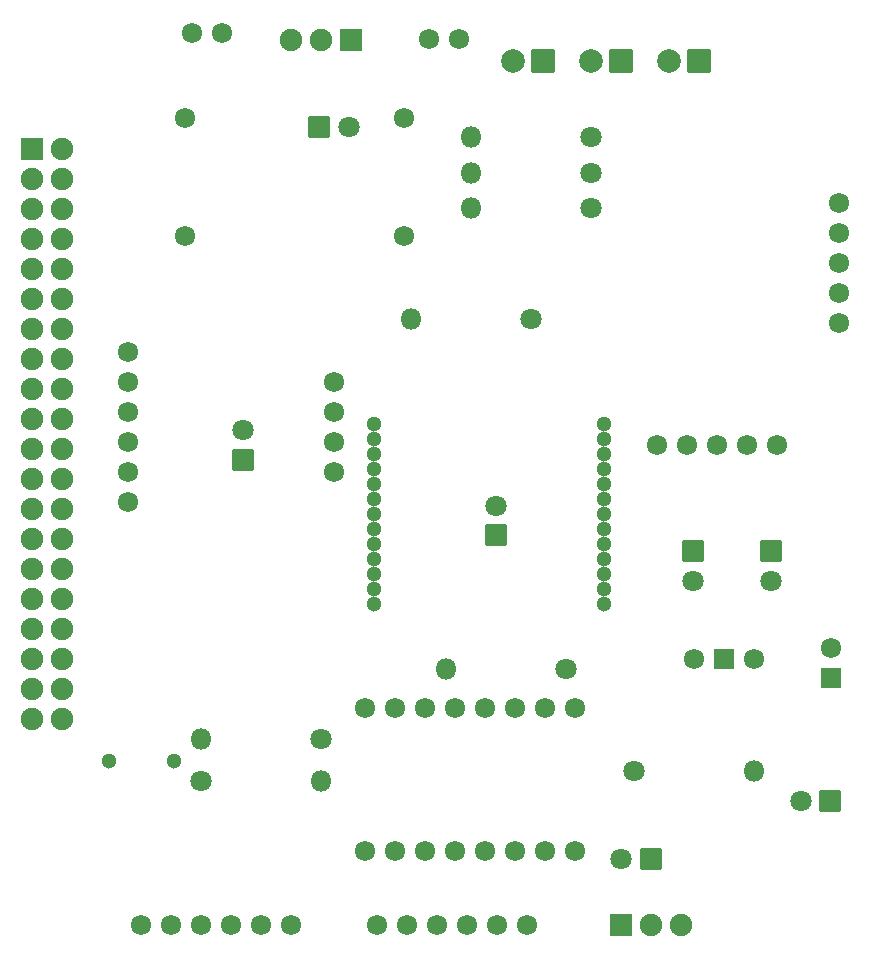
<source format=gts>
%TF.GenerationSoftware,KiCad,Pcbnew,(6.0.4-0)*%
%TF.CreationDate,2022-07-13T22:20:57+09:00*%
%TF.ProjectId,2022-circuit,32303232-2d63-4697-9263-7569742e6b69,rev?*%
%TF.SameCoordinates,Original*%
%TF.FileFunction,Soldermask,Top*%
%TF.FilePolarity,Negative*%
%FSLAX46Y46*%
G04 Gerber Fmt 4.6, Leading zero omitted, Abs format (unit mm)*
G04 Created by KiCad (PCBNEW (6.0.4-0)) date 2022-07-13 22:20:57*
%MOMM*%
%LPD*%
G01*
G04 APERTURE LIST*
G04 Aperture macros list*
%AMRoundRect*
0 Rectangle with rounded corners*
0 $1 Rounding radius*
0 $2 $3 $4 $5 $6 $7 $8 $9 X,Y pos of 4 corners*
0 Add a 4 corners polygon primitive as box body*
4,1,4,$2,$3,$4,$5,$6,$7,$8,$9,$2,$3,0*
0 Add four circle primitives for the rounded corners*
1,1,$1+$1,$2,$3*
1,1,$1+$1,$4,$5*
1,1,$1+$1,$6,$7*
1,1,$1+$1,$8,$9*
0 Add four rect primitives between the rounded corners*
20,1,$1+$1,$2,$3,$4,$5,0*
20,1,$1+$1,$4,$5,$6,$7,0*
20,1,$1+$1,$6,$7,$8,$9,0*
20,1,$1+$1,$8,$9,$2,$3,0*%
G04 Aperture macros list end*
%ADD10C,1.800000*%
%ADD11O,1.800000X1.800000*%
%ADD12RoundRect,0.100000X0.800000X-0.800000X0.800000X0.800000X-0.800000X0.800000X-0.800000X-0.800000X0*%
%ADD13RoundRect,0.100000X-0.800000X0.800000X-0.800000X-0.800000X0.800000X-0.800000X0.800000X0.800000X0*%
%ADD14RoundRect,0.100000X-0.800000X-0.800000X0.800000X-0.800000X0.800000X0.800000X-0.800000X0.800000X0*%
%ADD15RoundRect,0.100000X0.800000X0.800000X-0.800000X0.800000X-0.800000X-0.800000X0.800000X-0.800000X0*%
%ADD16RoundRect,0.100000X0.900000X0.900000X-0.900000X0.900000X-0.900000X-0.900000X0.900000X-0.900000X0*%
%ADD17C,2.000000*%
%ADD18C,1.300000*%
%ADD19C,1.724000*%
%ADD20RoundRect,0.100000X0.850000X0.850000X-0.850000X0.850000X-0.850000X-0.850000X0.850000X-0.850000X0*%
%ADD21O,1.900000X1.900000*%
%ADD22RoundRect,0.100000X0.850000X-0.850000X0.850000X0.850000X-0.850000X0.850000X-0.850000X-0.850000X0*%
%ADD23RoundRect,0.100000X0.762000X0.762000X-0.762000X0.762000X-0.762000X-0.762000X0.762000X-0.762000X0*%
%ADD24RoundRect,0.100000X-0.762000X0.762000X-0.762000X-0.762000X0.762000X-0.762000X0.762000X0.762000X0*%
%ADD25RoundRect,0.100000X-0.850000X0.850000X-0.850000X-0.850000X0.850000X-0.850000X0.850000X0.850000X0*%
G04 APERTURE END LIST*
D10*
%TO.C,R2*%
X109220000Y-125984000D03*
D11*
X99060000Y-125984000D03*
%TD*%
D12*
%TO.C,C3*%
X102616000Y-102297113D03*
D10*
X102616000Y-99797113D03*
%TD*%
%TO.C,R4*%
X132080000Y-78000000D03*
D11*
X121920000Y-78000000D03*
%TD*%
D10*
%TO.C,R3*%
X132080000Y-81000000D03*
D11*
X121920000Y-81000000D03*
%TD*%
D13*
%TO.C,C1*%
X147320000Y-110046888D03*
D10*
X147320000Y-112546888D03*
%TD*%
%TO.C,R8*%
X127000000Y-90424000D03*
D11*
X116840000Y-90424000D03*
%TD*%
D12*
%TO.C,C6*%
X124000000Y-108705113D03*
D10*
X124000000Y-106205113D03*
%TD*%
D14*
%TO.C,C7*%
X109030888Y-74168000D03*
D10*
X111530888Y-74168000D03*
%TD*%
%TO.C,R1*%
X99060000Y-129540000D03*
D11*
X109220000Y-129540000D03*
%TD*%
D13*
%TO.C,C2*%
X140716000Y-110046888D03*
D10*
X140716000Y-112546888D03*
%TD*%
%TO.C,R5*%
X132080000Y-75000000D03*
D11*
X121920000Y-75000000D03*
%TD*%
D15*
%TO.C,C4*%
X137105113Y-136100000D03*
D10*
X134605113Y-136100000D03*
%TD*%
D16*
%TO.C,D2*%
X134620000Y-68580000D03*
D17*
X132080000Y-68580000D03*
%TD*%
D18*
%TO.C,SW3*%
X91230000Y-127845000D03*
X96730000Y-127845000D03*
%TD*%
D19*
%TO.C,U8*%
X147828000Y-101092000D03*
X145288000Y-101092000D03*
X142748000Y-101092000D03*
X140208000Y-101092000D03*
X137668000Y-101092000D03*
%TD*%
D15*
%TO.C,C5*%
X152305113Y-131200000D03*
D10*
X149805113Y-131200000D03*
%TD*%
D20*
%TO.C,U6*%
X84729200Y-76026200D03*
D21*
X87269200Y-76026200D03*
X84729200Y-78566200D03*
X87269200Y-78566200D03*
X84729200Y-81106200D03*
X87269200Y-81106200D03*
X84729200Y-83646200D03*
X87269200Y-83646200D03*
X84729200Y-86186200D03*
X87269200Y-86186200D03*
X84729200Y-88726200D03*
X87269200Y-88726200D03*
X84729200Y-91266200D03*
X87269200Y-91266200D03*
X84729200Y-93806200D03*
X87269200Y-93806200D03*
X84729200Y-96346200D03*
X87269200Y-96346200D03*
X84729200Y-98886200D03*
X87269200Y-98886200D03*
X84729200Y-101426200D03*
X87269200Y-101426200D03*
X84729200Y-103966200D03*
X87269200Y-103966200D03*
X84729200Y-106506200D03*
X87269200Y-106506200D03*
X84729200Y-109046200D03*
X87269200Y-109046200D03*
X84729200Y-111586200D03*
X87269200Y-111586200D03*
X84729200Y-114126200D03*
X87269200Y-114126200D03*
X84729200Y-116666200D03*
X87269200Y-116666200D03*
X84729200Y-119206200D03*
X87269200Y-119206200D03*
X84729200Y-121746200D03*
X87269200Y-121746200D03*
X84729200Y-124286200D03*
X87269200Y-124286200D03*
%TD*%
D19*
%TO.C,U4*%
X130680000Y-135475000D03*
X128140000Y-135475000D03*
X125600000Y-135475000D03*
X123060000Y-135475000D03*
X120520000Y-135475000D03*
X117980000Y-135475000D03*
X115440000Y-135475000D03*
X112900000Y-135475000D03*
X130680000Y-123325000D03*
X128140000Y-123325000D03*
X125600000Y-123325000D03*
X123060000Y-123325000D03*
X120520000Y-123325000D03*
X117980000Y-123325000D03*
X115440000Y-123325000D03*
X112900000Y-123325000D03*
%TD*%
D22*
%TO.C,SW2*%
X111745000Y-66777000D03*
D21*
X109205000Y-66777000D03*
X106665000Y-66777000D03*
%TD*%
D19*
%TO.C,BT1*%
X98278000Y-66147000D03*
X100818000Y-66147000D03*
%TD*%
%TO.C,Q1*%
X145840000Y-119150000D03*
D23*
X143300000Y-119150000D03*
D19*
X140760000Y-119150000D03*
%TD*%
%TO.C,BT2*%
X118344000Y-66655000D03*
X120884000Y-66655000D03*
%TD*%
%TO.C,S1*%
X152400000Y-118237000D03*
D24*
X152400000Y-120777000D03*
%TD*%
D19*
%TO.C,U3*%
X92870000Y-105918000D03*
X92870000Y-103378000D03*
X92870000Y-100838000D03*
X92870000Y-98298000D03*
X92870000Y-95758000D03*
X92870000Y-93218000D03*
X110330000Y-103378000D03*
X110330000Y-100838000D03*
X110330000Y-98298000D03*
X110330000Y-95758000D03*
%TD*%
%TO.C,U2*%
X97700000Y-73350000D03*
X97700000Y-83350000D03*
X116200000Y-73350000D03*
X116200000Y-83350000D03*
%TD*%
%TO.C,U9*%
X113975000Y-141732000D03*
X116515000Y-141732000D03*
X119055000Y-141732000D03*
X121595000Y-141732000D03*
X124135000Y-141732000D03*
X126675000Y-141732000D03*
%TD*%
D25*
%TO.C,SW1*%
X134620000Y-141700000D03*
D21*
X137160000Y-141700000D03*
X139700000Y-141700000D03*
%TD*%
D16*
%TO.C,D1*%
X141229000Y-68580000D03*
D17*
X138689000Y-68580000D03*
%TD*%
D16*
%TO.C,D3*%
X128016000Y-68580000D03*
D17*
X125476000Y-68580000D03*
%TD*%
D10*
%TO.C,R6*%
X129930000Y-120050000D03*
D11*
X119770000Y-120050000D03*
%TD*%
D19*
%TO.C,U7*%
X153100000Y-80595000D03*
X153100000Y-83135000D03*
X153100000Y-85675000D03*
X153100000Y-88215000D03*
X153100000Y-90755000D03*
%TD*%
D10*
%TO.C,R7*%
X135720000Y-128700000D03*
D11*
X145880000Y-128700000D03*
%TD*%
D18*
%TO.C,U5*%
X133157000Y-99255000D03*
X133157000Y-100525000D03*
X133157000Y-101795000D03*
X133157000Y-103065000D03*
X133157000Y-104335000D03*
X133157000Y-105605000D03*
X133157000Y-106875000D03*
X133157000Y-108145000D03*
X133157000Y-109415000D03*
X133157000Y-110685000D03*
X133157000Y-111955000D03*
X133157000Y-113225000D03*
X133157000Y-114495000D03*
X113657000Y-114495000D03*
X113657000Y-113225000D03*
X113657000Y-111955000D03*
X113657000Y-110685000D03*
X113657000Y-109415000D03*
X113657000Y-108145000D03*
X113657000Y-106875000D03*
X113657000Y-105605000D03*
X113657000Y-104335000D03*
X113657000Y-103065000D03*
X113657000Y-101795000D03*
X113657000Y-100525000D03*
X113657000Y-99255000D03*
%TD*%
D19*
%TO.C,U1*%
X93980000Y-141732000D03*
X96520000Y-141732000D03*
X99060000Y-141732000D03*
X101600000Y-141732000D03*
X104140000Y-141732000D03*
X106680000Y-141732000D03*
%TD*%
M02*

</source>
